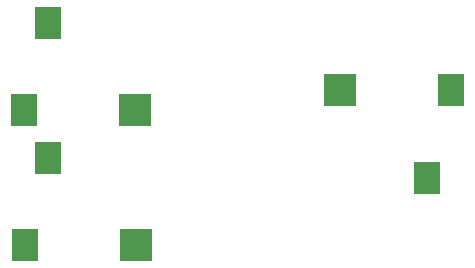
<source format=gbr>
%TF.GenerationSoftware,KiCad,Pcbnew,8.0.8*%
%TF.CreationDate,2025-03-16T01:19:43+08:00*%
%TF.ProjectId,TwoWayAudioSwitch-V1,54776f57-6179-4417-9564-696f53776974,rev?*%
%TF.SameCoordinates,Original*%
%TF.FileFunction,Paste,Top*%
%TF.FilePolarity,Positive*%
%FSLAX46Y46*%
G04 Gerber Fmt 4.6, Leading zero omitted, Abs format (unit mm)*
G04 Created by KiCad (PCBNEW 8.0.8) date 2025-03-16 01:19:43*
%MOMM*%
%LPD*%
G01*
G04 APERTURE LIST*
%ADD10R,2.800000X2.800000*%
%ADD11R,2.200000X2.800000*%
G04 APERTURE END LIST*
D10*
%TO.C,J3*%
X139411800Y-71585600D03*
D11*
X148811800Y-71585600D03*
X146811800Y-78985600D03*
%TD*%
D10*
%TO.C,J2*%
X122127800Y-84700600D03*
D11*
X112727800Y-84700600D03*
X114727800Y-77300600D03*
%TD*%
D10*
%TO.C,J1*%
X122097800Y-73279000D03*
D11*
X112697800Y-73279000D03*
X114697800Y-65879000D03*
%TD*%
M02*

</source>
